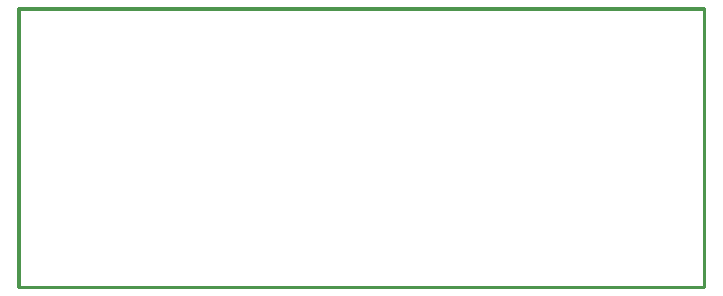
<source format=gko>
G04*
G04 #@! TF.GenerationSoftware,Altium Limited,Altium Designer,19.0.15 (446)*
G04*
G04 Layer_Color=16711935*
%FSLAX23Y23*%
%MOIN*%
G70*
G01*
G75*
%ADD10C,0.005*%
%ADD17C,0.010*%
D10*
X5597Y3710D02*
G03*
X5594Y3713I-3J0D01*
G01*
X5597Y3710D02*
G03*
X5594Y3713I-3J0D01*
G01*
Y2779D02*
G03*
X5597Y2782I0J3D01*
G01*
X5594Y2779D02*
G03*
X5597Y2782I0J3D01*
G01*
X3309Y3713D02*
G03*
X3306Y3710I0J-3D01*
G01*
X3309Y3713D02*
G03*
X3306Y3710I0J-3D01*
G01*
Y2782D02*
G03*
X3309Y2779I3J0D01*
G01*
X3306Y2782D02*
G03*
X3309Y2779I3J0D01*
G01*
X5597Y2782D02*
Y3710D01*
X3309Y3713D02*
X5594D01*
X3309Y2779D02*
X5594D01*
X3306Y2782D02*
Y3710D01*
D17*
X3309Y2782D02*
Y3065D01*
Y2782D02*
X5594D01*
Y2822D01*
Y3710D01*
X3309D02*
X5594D01*
X3309Y3065D02*
Y3710D01*
M02*

</source>
